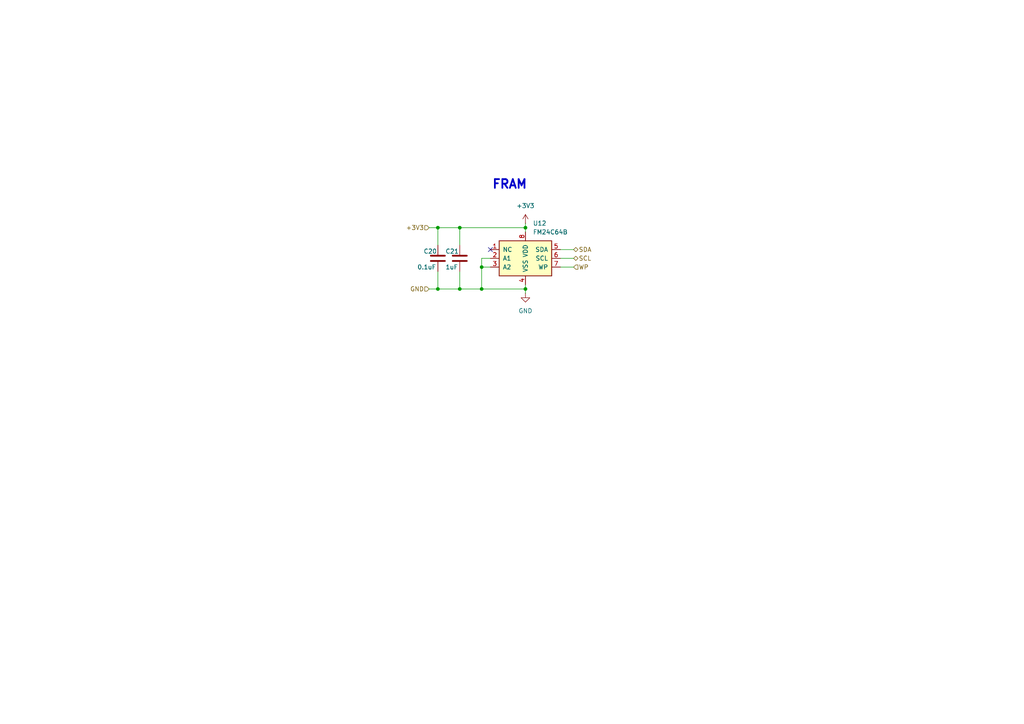
<source format=kicad_sch>
(kicad_sch (version 20250114) (generator "eeschema") (generator_version "9.0")
  (paper "A4")
  (lib_symbols
    (symbol "Device:C" (pin_numbers (hide yes)) (pin_names (offset 0.254))
      (property "Reference" "C" (at 0.635 2.54 0))
      (property "Value" "C" (at 0.635 -2.54 0))
      (symbol "C_0_1"
        (polyline (pts (xy -2.032 0.762) (xy 2.032 0.762)) (stroke (width 0.508)))
        (polyline (pts (xy -2.032 -0.762) (xy 2.032 -0.762)) (stroke (width 0.508)))
      )
      (symbol "C_1_1"
        (pin passive line (at 0 3.81 270) (length 2.794) (name "~") (number "1"))
        (pin passive line (at 0 -3.81 90) (length 2.794) (name "~") (number "2"))
      )
    )
    (symbol "Memory_NVRAM:FM24V10-G" (pin_names (offset 1.016))
      (property "Reference" "U" (at -5.08 8.89 0))
      (property "Value" "FM24C64B" (at 6.35 -8.89 0))
      (symbol "FM24V10-G_0_1"
        (rectangle (start -7.62 5.08) (end 7.62 -5.08) (stroke (width 0.254)) (fill (type background)))
      )
      (symbol "FM24V10-G_1_1"
        (pin input line (at -10.16 2.54 0) (length 2.54) (name "NC") (number "1"))
        (pin input line (at -10.16 0 0) (length 2.54) (name "A1") (number "2"))
        (pin input line (at -10.16 -2.54 0) (length 2.54) (name "A2") (number "3"))
        (pin power_in line (at 0 7.62 270) (length 2.54) (name "VDD") (number "8"))
        (pin power_in line (at 0 -7.62 90) (length 2.54) (name "VSS") (number "4"))
        (pin bidirectional line (at 10.16 2.54 180) (length 2.54) (name "SDA") (number "5"))
        (pin input line (at 10.16 0 180) (length 2.54) (name "SCL") (number "6"))
        (pin input line (at 10.16 -2.54 180) (length 2.54) (name "WP") (number "7"))
      )
    )
    (symbol "power:+3V3" (power) (pin_numbers (hide yes)) (pin_names (offset 0) (hide yes))
      (property "Value" "+3V3" (at 0 3.556 0))
      (symbol "+3V3_0_1"
        (polyline (pts (xy -0.762 1.27) (xy 0 2.54)))
        (polyline (pts (xy 0 2.54) (xy 0.762 1.27)))
        (polyline (pts (xy 0 0) (xy 0 2.54)))
      )
      (symbol "+3V3_1_1"
        (pin power_in line (at 0 0 90) (length 0) (name "~") (number "1"))
      )
    )
    (symbol "power:GND" (power) (pin_numbers (hide yes)) (pin_names (offset 0) (hide yes))
      (property "Value" "GND" (at 0 -3.81 0))
      (symbol "GND_0_1"
        (polyline (pts (xy 0 0) (xy 0 -1.27) (xy 1.27 -1.27) (xy 0 -2.54) (xy -1.27 -1.27) (xy 0 -1.27)))
      )
      (symbol "GND_1_1"
        (pin power_in line (at 0 0 270) (length 0) (name "~") (number "1"))
      )
    )
  )
  (text "FRAM" (at 147.828 53.594 0) (effects (font (size 2.54 2.54) (thickness 0.508) (bold yes))))
  (junction (at 133.35 66.04))
  (junction (at 127 66.04))
  (junction (at 133.35 83.82))
  (junction (at 139.7 83.82))
  (junction (at 139.7 77.47))
  (junction (at 152.4 83.82))
  (junction (at 152.4 66.04))
  (junction (at 127 83.82))
  (no_connect (at 142.24 72.39))
  (wire (pts (xy 139.7 77.47) (xy 139.7 83.82)))
  (wire (pts (xy 142.24 74.93) (xy 139.7 74.93)))
  (wire (pts (xy 133.35 83.82) (xy 127 83.82)))
  (wire (pts (xy 139.7 83.82) (xy 152.4 83.82)))
  (wire (pts (xy 162.56 72.39) (xy 166.37 72.39)))
  (wire (pts (xy 124.46 83.82) (xy 127 83.82)))
  (wire (pts (xy 152.4 64.77) (xy 152.4 66.04)))
  (wire (pts (xy 127 66.04) (xy 133.35 66.04)))
  (wire (pts (xy 139.7 74.93) (xy 139.7 77.47)))
  (wire (pts (xy 127 83.82) (xy 127 78.74)))
  (wire (pts (xy 127 71.12) (xy 127 66.04)))
  (wire (pts (xy 162.56 77.47) (xy 166.37 77.47)))
  (wire (pts (xy 133.35 78.74) (xy 133.35 83.82)))
  (wire (pts (xy 162.56 74.93) (xy 166.37 74.93)))
  (wire (pts (xy 133.35 83.82) (xy 139.7 83.82)))
  (wire (pts (xy 152.4 82.55) (xy 152.4 83.82)))
  (wire (pts (xy 152.4 83.82) (xy 152.4 85.09)))
  (wire (pts (xy 139.7 77.47) (xy 142.24 77.47)))
  (wire (pts (xy 133.35 66.04) (xy 133.35 71.12)))
  (wire (pts (xy 152.4 66.04) (xy 133.35 66.04)))
  (wire (pts (xy 152.4 66.04) (xy 152.4 67.31)))
  (wire (pts (xy 124.46 66.04) (xy 127 66.04)))
  (hierarchical_label "WP" (shape input) (at 166.37 77.47 0))
  (hierarchical_label "GND" (shape input) (at 124.46 83.82 180))
  (hierarchical_label "SDA" (shape bidirectional) (at 166.37 72.39 0))
  (hierarchical_label "SCL" (shape bidirectional) (at 166.37 74.93 0))
  (hierarchical_label "+3V3" (shape input) (at 124.46 66.04 180))
  (symbol (lib_id "power:GND") (at 152.4 85.09 0) (unit 1)
    (property "Reference" "#PWR047" (effects (hide yes)))
    (property "Value" "GND" (at 152.4 90.17 0))
    (property "Description" "Power symbol creates a global label with name \"GND\" , ground" (effects (hide yes)))
  )
  (symbol (lib_id "Memory_NVRAM:FM24V10-G") (at 152.4 74.93 0) (unit 1)
    (property "Reference" "U12" (at 154.5433 64.77 0) (effects (justify left)))
    (property "Value" "FM24C64B" (at 154.5433 67.31 0) (effects (justify left)))
    (property "Footprint" "Package_SO:SOIC-8_3.9x4.9mm_P1.27mm" (effects (hide yes)))
    (property "Datasheet" "http://www.cypress.com/file/41651/download" (effects (hide yes)))
    (property "Description" "64Kb serial FRAM nonvolatile Memory, SOIC-8" (effects (hide yes)))
  )
  (symbol (lib_id "Device:C") (at 133.35 74.93 0) (mirror y) (unit 1)
    (property "Reference" "C21" (at 133.096 72.898 0) (effects (justify left)))
    (property "Value" "1uF" (at 132.842 77.47 0) (effects (justify left)))
    (property "Footprint" "Capacitor_SMD:C_0805_2012Metric" (effects (hide yes)))
    (property "Description" "Unpolarized capacitor" (effects (hide yes)))
  )
  (symbol (lib_id "Device:C") (at 127 74.93 0) (mirror y) (unit 1)
    (property "Reference" "C20" (at 126.746 72.898 0) (effects (justify left)))
    (property "Value" "0.1uF" (at 126.492 77.47 0) (effects (justify left)))
    (property "Footprint" "Capacitor_SMD:C_0805_2012Metric" (effects (hide yes)))
    (property "Description" "Unpolarized capacitor" (effects (hide yes)))
  )
  (symbol (lib_id "power:+3V3") (at 152.4 64.77 0) (unit 1)
    (property "Reference" "#PWR034" (effects (hide yes)))
    (property "Value" "+3V3" (at 152.4 59.69 0))
    (property "Description" "Power symbol creates a global label with name \"+3V3\"" (effects (hide yes)))
  )
)
</source>
